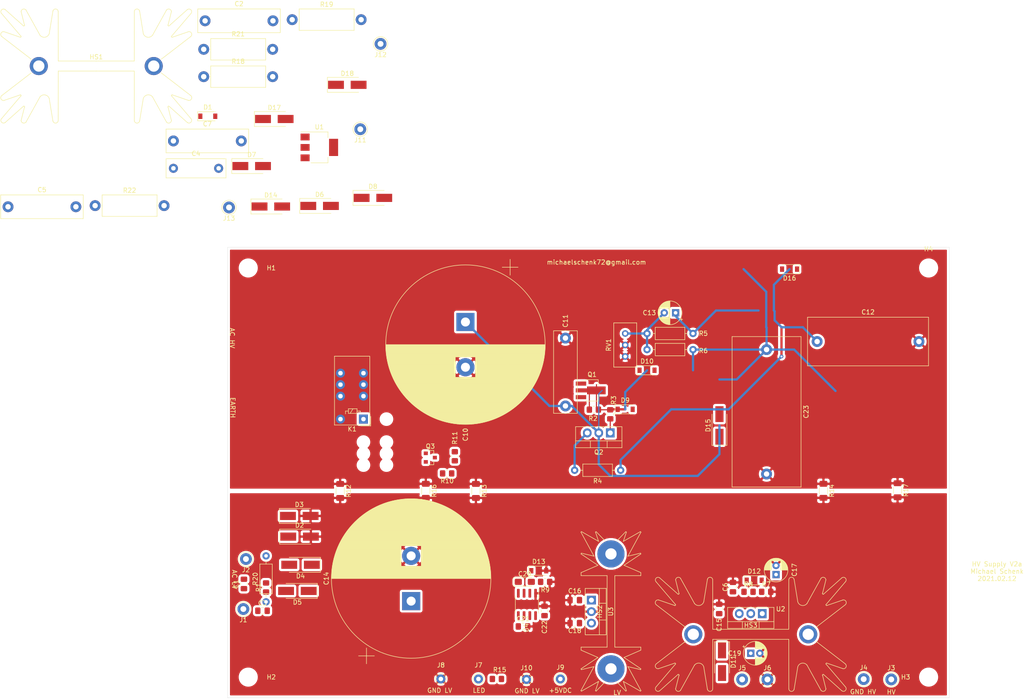
<source format=kicad_pcb>
(kicad_pcb (version 20171130) (host pcbnew "(5.1.10-0-10_14)")
  (layers (0 F.Cu signal) (31 B.Cu signal) (34 B.Paste user) (35 F.Paste user) (36 B.SilkS user) (37 F.SilkS user) (38 B.Mask user) (39 F.Mask user) (44 Edge.Cuts user))
  (net 0 "")
  (net 1 "Net-(C1-Pad2)")
  (net 2 GND_HV)
  (net 3 "Net-(C2-Pad1)")
  (net 4 "Net-(C3-Pad2)")
  (net 5 "Net-(C10-Pad1)")
  (net 6 "Net-(C12-Pad1)")
  (net 7 "Net-(C13-Pad1)")
  (net 8 "Net-(D10-Pad1)")
  (net 9 "Net-(Q1-Pad1)")
  (net 10 "Net-(Q2-Pad3)")
  (net 11 "Net-(Q2-Pad1)")
  (net 12 GND_LV)
  (net 13 "Net-(C4-Pad1)")
  (net 14 "Net-(C14-Pad1)")
  (net 15 "Net-(C17-Pad1)")
  (net 16 "Net-(C19-Pad1)")
  (net 17 "Net-(C20-Pad2)")
  (net 18 "Net-(D14-Pad2)")
  (net 19 "Net-(Q3-Pad1)")
  (net 20 "Net-(R10-Pad2)")
  (net 21 "Net-(J7-Pad1)")
  (net 22 "Net-(C21-Pad1)")
  (net 23 "Net-(C13-Pad2)")
  (net 24 "Net-(C23-Pad1)")
  (net 25 "Net-(C1-Pad1)")
  (net 26 "Net-(C4-Pad2)")
  (net 27 "Net-(C5-Pad1)")
  (net 28 +5VDC)
  (net 29 RELCTRL)
  (net 30 "Net-(D6-Pad1)")
  (module Package_TO_SOT_SMD:SOT-223 (layer F.Cu) (at 70.575001 30.755001)
    (fp_text reference U1 (at 0 -4.5) (layer F.SilkS))
    (fp_text value LT3080xST)
    (pad 1 smd rect (at -3.15 -2.3) (size 2 1.5) (layers F.Cu F.Paste F.Mask) (net 7 "Net-(C13-Pad1)"))
    (pad 3 smd rect (at -3.15 2.3) (size 2 1.5) (layers F.Cu F.Paste F.Mask) (net 6 "Net-(C12-Pad1)"))
    (pad 2 smd rect (at -3.15 0) (size 2 1.5) (layers F.Cu F.Paste F.Mask) (net 24 "Net-(C23-Pad1)"))
    (pad 4 smd rect (at 3.15 0) (size 2 3.8) (layers F.Cu F.Paste F.Mask) (net 24 "Net-(C23-Pad1)"))
  )
  (module Resistor_THT:R_Axial_DIN0414_L11.9mm_D4.5mm_P15.24mm_Horizontal (layer F.Cu) (at 21.025001 43.625001)
    (fp_text reference R22 (at 7.62 -3.37) (layer F.SilkS))
    (fp_text value 100k/2W)
    (pad 2 thru_hole oval (at 15.24 0) (size 2.4 2.4) (drill 1.2) (layers *.Cu *.Mask) (net 2 GND_HV))
    (pad 1 thru_hole circle (at 0 0) (size 2.4 2.4) (drill 1.2) (layers *.Cu *.Mask) (net 24 "Net-(C23-Pad1)"))
  )
  (module Resistor_THT:R_Axial_DIN0414_L11.9mm_D4.5mm_P15.24mm_Horizontal (layer F.Cu) (at 45.025001 9.075001)
    (fp_text reference R21 (at 7.62 -3.37) (layer F.SilkS))
    (fp_text value 100k/2W)
    (pad 2 thru_hole oval (at 15.24 0) (size 2.4 2.4) (drill 1.2) (layers *.Cu *.Mask) (net 2 GND_HV))
    (pad 1 thru_hole circle (at 0 0) (size 2.4 2.4) (drill 1.2) (layers *.Cu *.Mask) (net 24 "Net-(C23-Pad1)"))
  )
  (module Resistor_THT:R_Axial_DIN0207_L6.3mm_D2.5mm_P10.16mm_Horizontal (layer F.Cu) (at 58.801 131.191 90)
    (fp_text reference R20 (at 5.08 -2.37 90) (layer F.SilkS))
    (fp_text value Rs/0.6W)
    (pad 2 thru_hole oval (at 10.16 0 90) (size 1.6 1.6) (drill 0.8) (layers *.Cu *.Mask) (net 1 "Net-(C1-Pad2)"))
    (pad 1 thru_hole circle (at 0 0 90) (size 1.6 1.6) (drill 0.8) (layers *.Cu *.Mask) (net 4 "Net-(C3-Pad2)"))
  )
  (module Resistor_THT:R_Axial_DIN0414_L11.9mm_D4.5mm_P15.24mm_Horizontal (layer F.Cu) (at 64.575001 2.525001)
    (fp_text reference R19 (at 7.62 -3.37) (layer F.SilkS))
    (fp_text value Rs/2W)
    (pad 2 thru_hole oval (at 15.24 0) (size 2.4 2.4) (drill 1.2) (layers *.Cu *.Mask) (net 13 "Net-(C4-Pad1)"))
    (pad 1 thru_hole circle (at 0 0) (size 2.4 2.4) (drill 1.2) (layers *.Cu *.Mask) (net 27 "Net-(C5-Pad1)"))
  )
  (module Resistor_THT:R_Axial_DIN0414_L11.9mm_D4.5mm_P15.24mm_Horizontal (layer F.Cu) (at 45.025001 15.125001)
    (fp_text reference R18 (at 7.62 -3.37) (layer F.SilkS))
    (fp_text value 100R/2W)
    (pad 2 thru_hole oval (at 15.24 0) (size 2.4 2.4) (drill 1.2) (layers *.Cu *.Mask) (net 2 GND_HV))
    (pad 1 thru_hole circle (at 0 0) (size 2.4 2.4) (drill 1.2) (layers *.Cu *.Mask) (net 3 "Net-(C2-Pad1)"))
  )
  (module Resistor_SMD:R_0805_2012Metric_Pad1.20x1.40mm_HandSolder (layer F.Cu) (at 58.801 128.016 90)
    (fp_text reference R1 (at 0 -1.65 90) (layer F.SilkS))
    (fp_text value Rs/1/8W)
    (pad 2 smd roundrect (at 1 0 90) (size 1.2 1.4) (layers F.Cu F.Paste F.Mask) (roundrect_rratio 0.208333) (net 1 "Net-(C1-Pad2)"))
    (pad 1 smd roundrect (at -1 0 90) (size 1.2 1.4) (layers F.Cu F.Paste F.Mask) (roundrect_rratio 0.208333) (net 4 "Net-(C3-Pad2)"))
  )
  (module Package_TO_SOT_SMD:SOT-89-3_Handsoldering (layer F.Cu) (at 130.556 84.455)
    (fp_text reference Q1 (at 0.3 -3.5) (layer F.SilkS))
    (fp_text value LND150N3-G)
    (pad 2 smd custom (at -2.0625 0) (size 2.475 0.9) (layers F.Cu F.Paste F.Mask) (net 8 "Net-(D10-Pad1)") (options (clearance outline) (anchor rect)) (primitives (gr_poly (pts (xy 1.2375 -0.8665) (xy 5.3625 -0.8665) (xy 5.3625 0.8665) (xy 1.2375 0.8665)) (width 0))))
    (pad 3 smd rect (at -2.15 1.5) (size 2.3 0.9) (layers F.Cu F.Paste F.Mask) (net 5 "Net-(C10-Pad1)"))
    (pad 1 smd rect (at -2.15 -1.5) (size 2.3 0.9) (layers F.Cu F.Paste F.Mask) (net 9 "Net-(Q1-Pad1)"))
  )
  (module Relay_THT:Relay_DPDT_Omron_G6S-2 (layer F.Cu) (at 80.3275 90.805 180)
    (fp_text reference K1 (at 2.5 -2.2) (layer F.SilkS))
    (fp_text value "G6S-2 DC5")
    (pad 5 thru_hole circle (at 0 10.16 180) (size 2 2) (drill 1) (layers *.Cu *.Mask) (net 26 "Net-(C4-Pad2)"))
    (pad 8 thru_hole circle (at 5.08 10.16 180) (size 2 2) (drill 1) (layers *.Cu *.Mask) (net 13 "Net-(C4-Pad1)"))
    (pad 3 thru_hole circle (at 0 5.08 180) (size 2 2) (drill 1) (layers *.Cu *.Mask))
    (pad 1 thru_hole rect (at 0 0 180) (size 2 2) (drill 1) (layers *.Cu *.Mask) (net 28 +5VDC))
    (pad 10 thru_hole circle (at 5.08 5.08 180) (size 2 2) (drill 1) (layers *.Cu *.Mask))
    (pad 12 thru_hole circle (at 5.08 0 180) (size 2 2) (drill 1) (layers *.Cu *.Mask) (net 29 RELCTRL))
    (pad 4 thru_hole circle (at 0 7.62 90) (size 2 2) (drill 1) (layers *.Cu *.Mask) (net 18 "Net-(D14-Pad2)"))
    (pad 9 thru_hole circle (at 5.08 7.62 90) (size 2 2) (drill 1) (layers *.Cu *.Mask) (net 30 "Net-(D6-Pad1)"))
  )
  (module Connector_Pin:Pin_D1.3mm_L11.0mm (layer F.Cu) (at 50.615001 44.025001)
    (fp_text reference J13 (at 0 2.4) (layer F.SilkS))
    (fp_text value EARTH)
    (pad 1 thru_hole circle (at 0 0) (size 2.6 2.6) (drill 1.3) (layers *.Cu *.Mask) (net 3 "Net-(C2-Pad1)"))
  )
  (module Connector_Pin:Pin_D1.3mm_L11.0mm (layer F.Cu) (at 84.105001 7.875001)
    (fp_text reference J12 (at 0 2.4) (layer F.SilkS))
    (fp_text value AC-HV)
    (pad 1 thru_hole circle (at 0 0) (size 2.6 2.6) (drill 1.3) (layers *.Cu *.Mask) (net 13 "Net-(C4-Pad1)"))
  )
  (module Connector_Pin:Pin_D1.3mm_L11.0mm (layer F.Cu) (at 79.629 26.7335)
    (fp_text reference J11 (at 0 2.4) (layer F.SilkS))
    (fp_text value AC-HV)
    (pad 1 thru_hole circle (at 0 0) (size 2.6 2.6) (drill 1.3) (layers *.Cu *.Mask) (net 26 "Net-(C4-Pad2)"))
  )
  (module Connector_Pin:Pin_D1.3mm_L11.0mm (layer F.Cu) (at 54.356 121.7295)
    (fp_text reference J2 (at 0 2.4) (layer F.SilkS))
    (fp_text value AC-LV)
    (pad 1 thru_hole circle (at 0 0) (size 2.6 2.6) (drill 1.3) (layers *.Cu *.Mask) (net 1 "Net-(C1-Pad2)"))
  )
  (module Connector_Pin:Pin_D1.3mm_L11.0mm (layer F.Cu) (at 53.7845 132.7785)
    (fp_text reference J1 (at 0 2.4) (layer F.SilkS))
    (fp_text value AC-LV)
    (pad 1 thru_hole circle (at 0 0) (size 2.6 2.6) (drill 1.3) (layers *.Cu *.Mask) (net 25 "Net-(C1-Pad1)"))
  )
  (module Heatsink:Heatsink_Fischer_SK104-STC-STIC_35x13mm_2xDrill2.5mm (layer F.Cu) (at 135.0264 133.2992 90)
    (fp_text reference HS2 (at -0.025 -2.5 90) (layer F.SilkS))
    (fp_text value Heatsink)
    (pad 1 thru_hole circle (at -12.7 0 270) (size 6 6) (drill 2.5) (layers *.Cu *.Mask))
    (pad 1 thru_hole circle (at 12.7 0 90) (size 6 6) (drill 2.5) (layers *.Cu *.Mask))
  )
  (module Heatsink:Heatsink_Fischer_SK129-STS_42x25mm_2xDrill2.5mm (layer F.Cu) (at 21.275001 12.775001)
    (fp_text reference HS1 (at 0 -2) (layer F.SilkS))
    (fp_text value Heatsink)
    (pad 1 thru_hole circle (at -12.7 0 180) (size 4 4) (drill 2.5) (layers *.Cu *.Mask))
    (pad 1 thru_hole circle (at 12.7 0) (size 4 4) (drill 2.5) (layers *.Cu *.Mask))
  )
  (module Diode_SMD:D_SMA_Handsoldering (layer F.Cu) (at 76.755001 16.925001)
    (fp_text reference D18 (at 0 -2.5) (layer F.SilkS))
    (fp_text value 1N4007)
    (pad 2 smd rect (at 2.5 0) (size 3.5 1.8) (layers F.Cu F.Paste F.Mask) (net 2 GND_HV))
    (pad 1 smd rect (at -2.5 0) (size 3.5 1.8) (layers F.Cu F.Paste F.Mask) (net 24 "Net-(C23-Pad1)"))
  )
  (module Diode_SMD:D_SMA_Handsoldering (layer F.Cu) (at 60.625001 24.475001)
    (fp_text reference D17 (at 0 -2.5) (layer F.SilkS))
    (fp_text value 1N4007)
    (pad 2 smd rect (at 2.5 0) (size 3.5 1.8) (layers F.Cu F.Paste F.Mask) (net 23 "Net-(C13-Pad2)"))
    (pad 1 smd rect (at -2.5 0) (size 3.5 1.8) (layers F.Cu F.Paste F.Mask) (net 24 "Net-(C23-Pad1)"))
  )
  (module Diode_SMD:D_SOD-123 (layer F.Cu) (at 174.498 57.658 180)
    (fp_text reference D16 (at 0 -2) (layer F.SilkS))
    (fp_text value MMSZ20T1G/20V)
    (pad 2 smd rect (at 1.65 0 180) (size 0.9 1.2) (layers F.Cu F.Paste F.Mask) (net 24 "Net-(C23-Pad1)"))
    (pad 1 smd rect (at -1.65 0 180) (size 0.9 1.2) (layers F.Cu F.Paste F.Mask) (net 6 "Net-(C12-Pad1)"))
  )
  (module Diode_SMD:D_SMA_Handsoldering (layer F.Cu) (at 159.004 92.202 90)
    (fp_text reference D15 (at 0 -2.5 90) (layer F.SilkS))
    (fp_text value 1N4007)
    (pad 2 smd rect (at 2.5 0 90) (size 3.5 1.8) (layers F.Cu F.Paste F.Mask) (net 24 "Net-(C23-Pad1)"))
    (pad 1 smd rect (at -2.5 0 90) (size 3.5 1.8) (layers F.Cu F.Paste F.Mask) (net 5 "Net-(C10-Pad1)"))
  )
  (module Diode_SMD:D_SMA_Handsoldering (layer F.Cu) (at 59.857 43.815)
    (fp_text reference D14 (at 0 -2.5) (layer F.SilkS))
    (fp_text value BYG20J)
    (pad 2 smd rect (at 2.5 0) (size 3.5 1.8) (layers F.Cu F.Paste F.Mask) (net 18 "Net-(D14-Pad2)"))
    (pad 1 smd rect (at -2.5 0) (size 3.5 1.8) (layers F.Cu F.Paste F.Mask) (net 5 "Net-(C10-Pad1)"))
  )
  (module Diode_SMD:D_SOD-123 (layer F.Cu) (at 166.6885 126.4285)
    (fp_text reference D12 (at 0 -2) (layer F.SilkS))
    (fp_text value 1N4148W)
    (pad 2 smd rect (at 1.65 0) (size 0.9 1.2) (layers F.Cu F.Paste F.Mask) (net 15 "Net-(C17-Pad1)"))
    (pad 1 smd rect (at -1.65 0) (size 0.9 1.2) (layers F.Cu F.Paste F.Mask) (net 16 "Net-(C19-Pad1)"))
  )
  (module Diode_SMD:D_SMA_Handsoldering (layer F.Cu) (at 159.5755 144.4225 270)
    (fp_text reference D11 (at 0 -2.5 90) (layer F.SilkS))
    (fp_text value 1N4007)
    (pad 2 smd rect (at 2.5 0 270) (size 3.5 1.8) (layers F.Cu F.Paste F.Mask) (net 16 "Net-(C19-Pad1)"))
    (pad 1 smd rect (at -2.5 0 270) (size 3.5 1.8) (layers F.Cu F.Paste F.Mask) (net 14 "Net-(C14-Pad1)"))
  )
  (module Diode_SMD:D_SOD-123 (layer F.Cu) (at 143.002 80.01)
    (fp_text reference D10 (at 0 -2) (layer F.SilkS))
    (fp_text value MMSZ5234BT1G/6.2V)
    (pad 2 smd rect (at 1.65 0) (size 0.9 1.2) (layers F.Cu F.Paste F.Mask) (net 24 "Net-(C23-Pad1)"))
    (pad 1 smd rect (at -1.65 0) (size 0.9 1.2) (layers F.Cu F.Paste F.Mask) (net 8 "Net-(D10-Pad1)"))
  )
  (module Diode_SMD:D_SOD-123 (layer F.Cu) (at 138.176 88.646)
    (fp_text reference D9 (at 0 -2) (layer F.SilkS))
    (fp_text value MMSZ5234BT1G/6.2V)
    (pad 2 smd rect (at 1.65 0) (size 0.9 1.2) (layers F.Cu F.Paste F.Mask) (net 6 "Net-(C12-Pad1)"))
    (pad 1 smd rect (at -1.65 0) (size 0.9 1.2) (layers F.Cu F.Paste F.Mask) (net 8 "Net-(D10-Pad1)"))
  )
  (module Diode_SMD:D_SMA_Handsoldering (layer F.Cu) (at 82.423 41.91)
    (fp_text reference D8 (at 0 -2.5) (layer F.SilkS))
    (fp_text value BYG20J)
    (pad 2 smd rect (at 2.5 0) (size 3.5 1.8) (layers F.Cu F.Paste F.Mask) (net 30 "Net-(D6-Pad1)"))
    (pad 1 smd rect (at -2.5 0) (size 3.5 1.8) (layers F.Cu F.Paste F.Mask) (net 5 "Net-(C10-Pad1)"))
  )
  (module Diode_SMD:D_SMA_Handsoldering (layer F.Cu) (at 55.625001 34.875001)
    (fp_text reference D7 (at 0 -2.5) (layer F.SilkS))
    (fp_text value BYG20J)
    (pad 2 smd rect (at 2.5 0) (size 3.5 1.8) (layers F.Cu F.Paste F.Mask) (net 2 GND_HV))
    (pad 1 smd rect (at -2.5 0) (size 3.5 1.8) (layers F.Cu F.Paste F.Mask) (net 18 "Net-(D14-Pad2)"))
  )
  (module Diode_SMD:D_SMA_Handsoldering (layer F.Cu) (at 70.6355 43.688)
    (fp_text reference D6 (at 0 -2.5) (layer F.SilkS))
    (fp_text value BYG20J)
    (pad 2 smd rect (at 2.5 0) (size 3.5 1.8) (layers F.Cu F.Paste F.Mask) (net 2 GND_HV))
    (pad 1 smd rect (at -2.5 0) (size 3.5 1.8) (layers F.Cu F.Paste F.Mask) (net 30 "Net-(D6-Pad1)"))
  )
  (module Diode_SMD:D_SMA_Handsoldering (layer F.Cu) (at 65.7225 128.778 180)
    (fp_text reference D5 (at 0 -2.5) (layer F.SilkS))
    (fp_text value BYG22B-E3)
    (pad 2 smd rect (at 2.5 0 180) (size 3.5 1.8) (layers F.Cu F.Paste F.Mask) (net 1 "Net-(C1-Pad2)"))
    (pad 1 smd rect (at -2.5 0 180) (size 3.5 1.8) (layers F.Cu F.Paste F.Mask) (net 14 "Net-(C14-Pad1)"))
  )
  (module Diode_SMD:D_SMA_Handsoldering (layer F.Cu) (at 66.421 122.9995 180)
    (fp_text reference D4 (at 0 -2.5) (layer F.SilkS))
    (fp_text value BYG22B-E3)
    (pad 2 smd rect (at 2.5 0 180) (size 3.5 1.8) (layers F.Cu F.Paste F.Mask) (net 25 "Net-(C1-Pad1)"))
    (pad 1 smd rect (at -2.5 0 180) (size 3.5 1.8) (layers F.Cu F.Paste F.Mask) (net 14 "Net-(C14-Pad1)"))
  )
  (module Diode_SMD:D_SMA_Handsoldering (layer F.Cu) (at 66.1435 112.2045)
    (fp_text reference D3 (at 0 -2.5) (layer F.SilkS))
    (fp_text value BYG22B-E3)
    (pad 2 smd rect (at 2.5 0) (size 3.5 1.8) (layers F.Cu F.Paste F.Mask) (net 12 GND_LV))
    (pad 1 smd rect (at -2.5 0) (size 3.5 1.8) (layers F.Cu F.Paste F.Mask) (net 1 "Net-(C1-Pad2)"))
  )
  (module Diode_SMD:D_SMA_Handsoldering (layer F.Cu) (at 66.207 116.7765)
    (fp_text reference D2 (at 0 -2.5) (layer F.SilkS))
    (fp_text value BYG22B-E3)
    (pad 2 smd rect (at 2.5 0) (size 3.5 1.8) (layers F.Cu F.Paste F.Mask) (net 12 GND_LV))
    (pad 1 smd rect (at -2.5 0) (size 3.5 1.8) (layers F.Cu F.Paste F.Mask) (net 25 "Net-(C1-Pad1)"))
  )
  (module Diode_SMD:D_SOD-123 (layer F.Cu) (at 45.925001 23.875001)
    (fp_text reference D1 (at 0 -2) (layer F.SilkS))
    (fp_text value 1N4148W)
    (pad 2 smd rect (at 1.65 0) (size 0.9 1.2) (layers F.Cu F.Paste F.Mask) (net 29 RELCTRL))
    (pad 1 smd rect (at -1.65 0) (size 0.9 1.2) (layers F.Cu F.Paste F.Mask) (net 28 +5VDC))
  )
  (module Capacitor_Tantalum_SMD:CP_EIA-3216-12_Kemet-S_Pad1.58x1.35mm_HandSolder (layer F.Cu) (at 115.9867 126.7714)
    (fp_text reference C20 (at 0 -1.75) (layer F.SilkS))
    (fp_text value 15uF/25V)
    (pad 2 smd roundrect (at 1.4375 0) (size 1.575 1.35) (layers F.Cu F.Paste F.Mask) (roundrect_rratio 0.185185) (net 17 "Net-(C20-Pad2)"))
    (pad 1 smd roundrect (at -1.4375 0) (size 1.575 1.35) (layers F.Cu F.Paste F.Mask) (roundrect_rratio 0.185185) (net 28 +5VDC))
  )
  (module Capacitor_THT:CP_Radial_D35.0mm_P10.00mm_SnapIn (layer F.Cu) (at 90.8685 131.031 90)
    (fp_text reference C14 (at 5 -18.75 90) (layer F.SilkS))
    (fp_text value 22000uF/25VDC)
    (pad 2 thru_hole circle (at 10 0 90) (size 4 4) (drill 2) (layers *.Cu *.Mask) (net 12 GND_LV))
    (pad 1 thru_hole rect (at 0 0 90) (size 4 4) (drill 2) (layers *.Cu *.Mask) (net 14 "Net-(C14-Pad1)"))
  )
  (module Capacitor_THT:C_Rect_L18.0mm_W5.0mm_P15.00mm_FKS3_FKP3 (layer F.Cu) (at 38.325001 29.325001)
    (fp_text reference C7 (at 7.5 -3.75) (layer F.SilkS))
    (fp_text value 100nF/630V)
    (pad 2 thru_hole circle (at 15 0) (size 2.4 2.4) (drill 1.2) (layers *.Cu *.Mask) (net 2 GND_HV))
    (pad 1 thru_hole circle (at 0 0) (size 2.4 2.4) (drill 1.2) (layers *.Cu *.Mask) (net 23 "Net-(C13-Pad2)"))
  )
  (module Capacitor_SMD:C_0805_2012Metric_Pad1.18x1.45mm_HandSolder (layer F.Cu) (at 161.9885 127.931 90)
    (fp_text reference C6 (at 0 -1.68 90) (layer F.SilkS))
    (fp_text value 100nF/50V)
    (pad 2 smd roundrect (at 1.0375 0 90) (size 1.175 1.45) (layers F.Cu F.Paste F.Mask) (roundrect_rratio 0.212766) (net 12 GND_LV))
    (pad 1 smd roundrect (at -1.0375 0 90) (size 1.175 1.45) (layers F.Cu F.Paste F.Mask) (roundrect_rratio 0.212766) (net 16 "Net-(C19-Pad1)"))
  )
  (module Capacitor_THT:C_Rect_L18.0mm_W5.0mm_P15.00mm_FKS3_FKP3 (layer F.Cu) (at 1.775001 43.875001)
    (fp_text reference C5 (at 7.5 -3.75) (layer F.SilkS))
    (fp_text value Cs/630V)
    (pad 2 thru_hole circle (at 15 0) (size 2.4 2.4) (drill 1.2) (layers *.Cu *.Mask) (net 26 "Net-(C4-Pad2)"))
    (pad 1 thru_hole circle (at 0 0) (size 2.4 2.4) (drill 1.2) (layers *.Cu *.Mask) (net 27 "Net-(C5-Pad1)"))
  )
  (module Capacitor_THT:C_Rect_L13.0mm_W4.0mm_P10.00mm_FKS3_FKP3_MKS4 (layer F.Cu) (at 38.325001 35.375001)
    (fp_text reference C4 (at 5 -3.25) (layer F.SilkS))
    (fp_text value Cx/10nF/630V)
    (pad 2 thru_hole circle (at 10 0) (size 2 2) (drill 1) (layers *.Cu *.Mask) (net 26 "Net-(C4-Pad2)"))
    (pad 1 thru_hole circle (at 0 0) (size 2 2) (drill 1) (layers *.Cu *.Mask) (net 13 "Net-(C4-Pad1)"))
  )
  (module Capacitor_SMD:C_0805_2012Metric_Pad1.18x1.45mm_HandSolder (layer F.Cu) (at 58.0175 133.1595)
    (fp_text reference C3 (at 0 -1.68) (layer F.SilkS))
    (fp_text value Cs/50V)
    (pad 2 smd roundrect (at 1.0375 0) (size 1.175 1.45) (layers F.Cu F.Paste F.Mask) (roundrect_rratio 0.212766) (net 4 "Net-(C3-Pad2)"))
    (pad 1 smd roundrect (at -1.0375 0) (size 1.175 1.45) (layers F.Cu F.Paste F.Mask) (roundrect_rratio 0.212766) (net 25 "Net-(C1-Pad1)"))
  )
  (module Capacitor_THT:C_Rect_L18.0mm_W5.0mm_P15.00mm_FKS3_FKP3 (layer F.Cu) (at 45.325001 2.775001)
    (fp_text reference C2 (at 7.5 -3.75) (layer F.SilkS))
    (fp_text value "2.2nF 2kV")
    (pad 2 thru_hole circle (at 15 0) (size 2.4 2.4) (drill 1.2) (layers *.Cu *.Mask) (net 2 GND_HV))
    (pad 1 thru_hole circle (at 0 0) (size 2.4 2.4) (drill 1.2) (layers *.Cu *.Mask) (net 3 "Net-(C2-Pad1)"))
  )
  (module Capacitor_SMD:C_0805_2012Metric_Pad1.18x1.45mm_HandSolder (layer F.Cu) (at 53.9115 127.2325 90)
    (fp_text reference C1 (at 0 -1.68 90) (layer F.SilkS))
    (fp_text value Cx/10nF/50V)
    (pad 2 smd roundrect (at 1.0375 0 90) (size 1.175 1.45) (layers F.Cu F.Paste F.Mask) (roundrect_rratio 0.212766) (net 1 "Net-(C1-Pad2)"))
    (pad 1 smd roundrect (at -1.0375 0 90) (size 1.175 1.45) (layers F.Cu F.Paste F.Mask) (roundrect_rratio 0.212766) (net 25 "Net-(C1-Pad1)"))
  )
  (module Capacitor_THT:CP_Radial_D35.0mm_P10.00mm_SnapIn (layer F.Cu) (at 102.87 69.342 270)
    (fp_text reference C10 (at 24.892 0 90) (layer F.SilkS))
    (fp_text value 680uF/450VDC)
    (pad 2 thru_hole circle (at 10 0 270) (size 4 4) (drill 2) (layers *.Cu *.Mask) (net 2 GND_HV))
    (pad 1 thru_hole rect (at 0 0 270) (size 4 4) (drill 2) (layers *.Cu *.Mask) (net 5 "Net-(C10-Pad1)"))
  )
  (module Capacitor_THT:CP_Radial_D5.0mm_P2.00mm (layer F.Cu) (at 165.9255 142.5575)
    (fp_text reference C19 (at -3.556 0) (layer F.SilkS))
    (fp_text value 1uF/25V)
    (pad 2 thru_hole circle (at 2 0) (size 1.6 1.6) (drill 0.8) (layers *.Cu *.Mask) (net 12 GND_LV))
    (pad 1 thru_hole rect (at 0 0) (size 1.6 1.6) (drill 0.8) (layers *.Cu *.Mask) (net 16 "Net-(C19-Pad1)"))
  )
  (module Package_TO_SOT_THT:TO-220-3_Vertical (layer F.Cu) (at 130.7084 130.81 270)
    (fp_text reference U3 (at 2.54 -4.27 90) (layer F.SilkS))
    (fp_text value LM7805_TO220)
    (pad 3 thru_hole oval (at 5.08 0 270) (size 1.905 2) (drill 1.1) (layers *.Cu *.Mask) (net 28 +5VDC))
    (pad 2 thru_hole oval (at 2.54 0 270) (size 1.905 2) (drill 1.1) (layers *.Cu *.Mask) (net 12 GND_LV))
    (pad 1 thru_hole rect (at 0 0 270) (size 1.905 2) (drill 1.1) (layers *.Cu *.Mask) (net 14 "Net-(C14-Pad1)"))
  )
  (module Resistor_THT:R_Axial_DIN0207_L6.3mm_D2.5mm_P10.16mm_Horizontal (layer F.Cu) (at 143.002 75.438)
    (fp_text reference R6 (at 12.446 0.254) (layer F.SilkS))
    (fp_text value 1k/2W)
    (pad 2 thru_hole oval (at 10.16 0) (size 1.6 1.6) (drill 0.8) (layers *.Cu *.Mask) (net 24 "Net-(C23-Pad1)"))
    (pad 1 thru_hole circle (at 0 0) (size 1.6 1.6) (drill 0.8) (layers *.Cu *.Mask) (net 23 "Net-(C13-Pad2)"))
  )
  (module Resistor_THT:R_Axial_DIN0207_L6.3mm_D2.5mm_P10.16mm_Horizontal (layer F.Cu) (at 143.002 71.882)
    (fp_text reference R5 (at 12.446 0) (layer F.SilkS))
    (fp_text value 100k/0.6W)
    (pad 2 thru_hole oval (at 10.16 0) (size 1.6 1.6) (drill 0.8) (layers *.Cu *.Mask) (net 7 "Net-(C13-Pad1)"))
    (pad 1 thru_hole circle (at 0 0) (size 1.6 1.6) (drill 0.8) (layers *.Cu *.Mask) (net 23 "Net-(C13-Pad2)"))
  )
  (module Resistor_THT:R_Axial_DIN0207_L6.3mm_D2.5mm_P10.16mm_Horizontal (layer F.Cu) (at 137.16 102.108 180)
    (fp_text reference R4 (at 5.08 -2.37) (layer F.SilkS))
    (fp_text value 20R/0.6W)
    (pad 2 thru_hole oval (at 10.16 0 180) (size 1.6 1.6) (drill 0.8) (layers *.Cu *.Mask) (net 10 "Net-(Q2-Pad3)"))
    (pad 1 thru_hole circle (at 0 0 180) (size 1.6 1.6) (drill 0.8) (layers *.Cu *.Mask) (net 6 "Net-(C12-Pad1)"))
  )
  (module Heatsink:Heatsink_Fischer_SK129-STS_42x25mm_2xDrill2.5mm (layer F.Cu) (at 165.9255 138.3665)
    (fp_text reference HS3 (at 0 -2) (layer F.SilkS))
    (fp_text value Heatsink)
    (pad 1 thru_hole circle (at -12.7 0 180) (size 4 4) (drill 2.5) (layers *.Cu *.Mask))
    (pad 1 thru_hole circle (at 12.7 0) (size 4 4) (drill 2.5) (layers *.Cu *.Mask))
  )
  (module Capacitor_THT:C_Rect_L33.0mm_W15.0mm_P27.50mm_MKS4 (layer F.Cu) (at 169.418 75.438 270)
    (fp_text reference C23 (at 13.75 -8.75 90) (layer F.SilkS))
    (fp_text value 2.2uF/630V)
    (pad 2 thru_hole circle (at 27.5 0 270) (size 2.4 2.4) (drill 1.2) (layers *.Cu *.Mask) (net 2 GND_HV))
    (pad 1 thru_hole circle (at 0 0 270) (size 2.4 2.4) (drill 1.2) (layers *.Cu *.Mask) (net 24 "Net-(C23-Pad1)"))
  )
  (module Capacitor_THT:CP_Radial_D5.0mm_P2.50mm (layer F.Cu) (at 149.312 67.31 180)
    (fp_text reference C13 (at 5.802 0) (layer F.SilkS))
    (fp_text value 2.2uF)
    (pad 2 thru_hole circle (at 2.5 0 180) (size 1.6 1.6) (drill 0.8) (layers *.Cu *.Mask) (net 23 "Net-(C13-Pad2)"))
    (pad 1 thru_hole rect (at 0 0 180) (size 1.6 1.6) (drill 0.8) (layers *.Cu *.Mask) (net 7 "Net-(C13-Pad1)"))
  )
  (module Capacitor_THT:C_Rect_L26.5mm_W10.5mm_P22.50mm_MKS4 (layer F.Cu) (at 180.594 73.66)
    (fp_text reference C12 (at 11.25 -6.5) (layer F.SilkS))
    (fp_text value 1uF/630V)
    (pad 2 thru_hole circle (at 22.5 0) (size 2.4 2.4) (drill 1.2) (layers *.Cu *.Mask) (net 2 GND_HV))
    (pad 1 thru_hole circle (at 0 0) (size 2.4 2.4) (drill 1.2) (layers *.Cu *.Mask) (net 6 "Net-(C12-Pad1)"))
  )
  (module Resistor_SMD:R_1206_3216Metric_Pad1.30x1.75mm_HandSolder (layer F.Cu) (at 198.374 106.527 270)
    (fp_text reference R17 (at 0 -1.82 90) (layer F.SilkS))
    (fp_text value 0R)
    (pad 2 smd roundrect (at 1.55 0 270) (size 1.3 1.75) (layers F.Cu F.Paste F.Mask) (roundrect_rratio 0.1923076923076923) (net 12 GND_LV))
    (pad 1 smd roundrect (at -1.55 0 270) (size 1.3 1.75) (layers F.Cu F.Paste F.Mask) (roundrect_rratio 0.1923076923076923) (net 2 GND_HV))
  )
  (module Resistor_SMD:R_1206_3216Metric_Pad1.30x1.75mm_HandSolder (layer F.Cu) (at 94.107 106.654 270)
    (fp_text reference R16 (at 0 -1.82 90) (layer F.SilkS))
    (fp_text value 0R)
    (pad 2 smd roundrect (at 1.55 0 270) (size 1.3 1.75) (layers F.Cu F.Paste F.Mask) (roundrect_rratio 0.1923076923076923) (net 12 GND_LV))
    (pad 1 smd roundrect (at -1.55 0 270) (size 1.3 1.75) (layers F.Cu F.Paste F.Mask) (roundrect_rratio 0.1923076923076923) (net 2 GND_HV))
  )
  (module Resistor_SMD:R_0805_2012Metric_Pad1.20x1.40mm_HandSolder (layer F.Cu) (at 134.874 89.7415 270)
    (fp_text reference R3 (at -3.1275 -0.762 90) (layer F.SilkS))
    (fp_text value 100R)
    (pad 2 smd roundrect (at 1 0 270) (size 1.2 1.4) (layers F.Cu F.Paste F.Mask) (roundrect_rratio 0.2083325) (net 11 "Net-(Q2-Pad1)"))
    (pad 1 smd roundrect (at -1 0 270) (size 1.2 1.4) (layers F.Cu F.Paste F.Mask) (roundrect_rratio 0.2083325) (net 8 "Net-(D10-Pad1)"))
  )
  (module Resistor_SMD:R_0805_2012Metric_Pad1.20x1.40mm_HandSolder (layer F.Cu) (at 131.2545 88.7095 180)
    (fp_text reference R2 (at 0.1905 -1.9685) (layer F.SilkS))
    (fp_text value 4.7k)
    (pad 2 smd roundrect (at 1 0 180) (size 1.2 1.4) (layers F.Cu F.Paste F.Mask) (roundrect_rratio 0.2083325) (net 9 "Net-(Q1-Pad1)"))
    (pad 1 smd roundrect (at -1 0 180) (size 1.2 1.4) (layers F.Cu F.Paste F.Mask) (roundrect_rratio 0.2083325) (net 8 "Net-(D10-Pad1)"))
  )
  (module Capacitor_SMD:C_0805_2012Metric_Pad1.18x1.45mm_HandSolder (layer F.Cu) (at 120.3452 133.2015 90)
    (fp_text reference C22 (at -3.5775 0 90) (layer F.SilkS))
    (fp_text value 100nF/50V)
    (pad 2 smd roundrect (at 1.0375 0 90) (size 1.175 1.45) (layers F.Cu F.Paste F.Mask) (roundrect_rratio 0.2127659574468085) (net 12 GND_LV))
    (pad 1 smd roundrect (at -1.0375 0 90) (size 1.175 1.45) (layers F.Cu F.Paste F.Mask) (roundrect_rratio 0.2127659574468085) (net 28 +5VDC))
  )
  (module Capacitor_SMD:C_0805_2012Metric_Pad1.18x1.45mm_HandSolder (layer F.Cu) (at 115.5915 136.6266)
    (fp_text reference C21 (at 0 -1.68) (layer F.SilkS))
    (fp_text value 100nF/50V)
    (pad 2 smd roundrect (at 1.0375 0) (size 1.175 1.45) (layers F.Cu F.Paste F.Mask) (roundrect_rratio 0.2127659574468085) (net 12 GND_LV))
    (pad 1 smd roundrect (at -1.0375 0) (size 1.175 1.45) (layers F.Cu F.Paste F.Mask) (roundrect_rratio 0.2127659574468085) (net 22 "Net-(C21-Pad1)"))
  )
  (module Capacitor_SMD:C_0805_2012Metric_Pad1.18x1.45mm_HandSolder (layer F.Cu) (at 127.0293 135.89 180)
    (fp_text reference C18 (at 0 -1.68) (layer F.SilkS))
    (fp_text value 100nF/50V)
    (pad 2 smd roundrect (at 1.0375 0 180) (size 1.175 1.45) (layers F.Cu F.Paste F.Mask) (roundrect_rratio 0.2127659574468085) (net 12 GND_LV))
    (pad 1 smd roundrect (at -1.0375 0 180) (size 1.175 1.45) (layers F.Cu F.Paste F.Mask) (roundrect_rratio 0.2127659574468085) (net 28 +5VDC))
  )
  (module Capacitor_SMD:C_0805_2012Metric_Pad1.18x1.45mm_HandSolder (layer F.Cu) (at 127.0293 130.81 180)
    (fp_text reference C16 (at 0 2.032) (layer F.SilkS))
    (fp_text value 330nF/50V)
    (pad 2 smd roundrect (at 1.0375 0 180) (size 1.175 1.45) (layers F.Cu F.Paste F.Mask) (roundrect_rratio 0.2127659574468085) (net 12 GND_LV))
    (pad 1 smd roundrect (at -1.0375 0 180) (size 1.175 1.45) (layers F.Cu F.Paste F.Mask) (roundrect_rratio 0.2127659574468085) (net 14 "Net-(C14-Pad1)"))
  )
  (module Capacitor_SMD:C_0805_2012Metric_Pad1.18x1.45mm_HandSolder (layer F.Cu) (at 158.9405 132.757 90)
    (fp_text reference C15 (at -3.5345 0 90) (layer F.SilkS))
    (fp_text value 100nF/50V)
    (pad 2 smd roundrect (at 1.0375 0 90) (size 1.175 1.45) (layers F.Cu F.Paste F.Mask) (roundrect_rratio 0.2127659574468085) (net 12 GND_LV))
    (pad 1 smd roundrect (at -1.0375 0 90) (size 1.175 1.45) (layers F.Cu F.Paste F.Mask) (roundrect_rratio 0.2127659574468085) (net 14 "Net-(C14-Pad1)"))
  )
  (module Resistor_SMD:R_0805_2012Metric_Pad1.20x1.40mm_HandSolder (layer F.Cu) (at 109.8202 148.2344)
    (fp_text reference R15 (at 0.619 -2.032) (layer F.SilkS))
    (fp_text value 330R)
    (pad 2 smd roundrect (at 1 0) (size 1.2 1.4) (layers F.Cu F.Paste F.Mask) (roundrect_rratio 0.2083325) (net 28 +5VDC))
    (pad 1 smd roundrect (at -1 0) (size 1.2 1.4) (layers F.Cu F.Paste F.Mask) (roundrect_rratio 0.2083325) (net 21 "Net-(J7-Pad1)"))
  )
  (module Connector_Pin:Pin_D1.0mm_L10.0mm (layer F.Cu) (at 116.3574 148.336)
    (fp_text reference J10 (at 0 -2.54) (layer F.SilkS))
    (fp_text value GND_LV)
    (pad 1 thru_hole circle (at 0 0) (size 2 2) (drill 1) (layers *.Cu *.Mask) (net 12 GND_LV))
  )
  (module Connector_Pin:Pin_D1.0mm_L10.0mm (layer F.Cu) (at 123.8504 148.2344)
    (fp_text reference J9 (at 0 -2.54) (layer F.SilkS))
    (fp_text value +5V)
    (pad 1 thru_hole circle (at 0 0) (size 2 2) (drill 1) (layers *.Cu *.Mask) (net 28 +5VDC))
  )
  (module Connector_Pin:Pin_D1.0mm_L10.0mm (layer F.Cu) (at 97.4344 148.2344)
    (fp_text reference J8 (at 0 -3.048) (layer F.SilkS))
    (fp_text value GND_LV)
    (pad 1 thru_hole circle (at 0 0) (size 2 2) (drill 1) (layers *.Cu *.Mask) (net 12 GND_LV))
  )
  (module Connector_Pin:Pin_D1.0mm_L10.0mm (layer F.Cu) (at 105.7402 148.2344)
    (fp_text reference J7 (at 0 -3.048) (layer F.SilkS))
    (fp_text value LED)
    (pad 1 thru_hole circle (at 0 0) (size 2 2) (drill 1) (layers *.Cu *.Mask) (net 21 "Net-(J7-Pad1)"))
  )
  (module Package_SO:SOIC-8_3.9x4.9mm_P1.27mm (layer F.Cu) (at 116.459 131.764 270)
    (fp_text reference U4 (at 5.145 0.127 90) (layer F.SilkS))
    (fp_text value TLC555xD)
    (pad 8 smd roundrect (at 2.475 -1.905 270) (size 1.95 0.6) (layers F.Cu F.Paste F.Mask) (net 28 +5VDC))
    (pad 7 smd roundrect (at 2.475 -0.635 270) (size 1.95 0.6) (layers F.Cu F.Paste F.Mask))
    (pad 6 smd roundrect (at 2.475 0.635 270) (size 1.95 0.6) (layers F.Cu F.Paste F.Mask) (net 28 +5VDC))
    (pad 5 smd roundrect (at 2.475 1.905 270) (size 1.95 0.6) (layers F.Cu F.Paste F.Mask) (net 22 "Net-(C21-Pad1)"))
    (pad 4 smd roundrect (at -2.475 1.905 270) (size 1.95 0.6) (layers F.Cu F.Paste F.Mask) (net 28 +5VDC))
    (pad 3 smd roundrect (at -2.475 0.635 270) (size 1.95 0.6) (layers F.Cu F.Paste F.Mask) (net 20 "Net-(R10-Pad2)"))
    (pad 2 smd roundrect (at -2.475 -0.635 270) (size 1.95 0.6) (layers F.Cu F.Paste F.Mask) (net 17 "Net-(C20-Pad2)"))
    (pad 1 smd roundrect (at -2.475 -1.905 270) (size 1.95 0.6) (layers F.Cu F.Paste F.Mask) (net 12 GND_LV))
  )
  (module Package_TO_SOT_THT:TO-220-3_Vertical (layer F.Cu) (at 168.4655 133.7945 180)
    (fp_text reference U2 (at -4.064 1.016) (layer F.SilkS))
    (fp_text value LM317_TO-220)
    (pad 3 thru_hole oval (at 5.08 0 180) (size 1.905 2) (drill 1.1) (layers *.Cu *.Mask) (net 14 "Net-(C14-Pad1)"))
    (pad 2 thru_hole oval (at 2.54 0 180) (size 1.905 2) (drill 1.1) (layers *.Cu *.Mask) (net 16 "Net-(C19-Pad1)"))
    (pad 1 thru_hole rect (at 0 0 180) (size 1.905 2) (drill 1.1) (layers *.Cu *.Mask) (net 15 "Net-(C17-Pad1)"))
  )
  (module Resistor_SMD:R_1206_3216Metric_Pad1.30x1.75mm_HandSolder (layer F.Cu) (at 181.991 106.654 270)
    (fp_text reference R14 (at 0 -1.82 90) (layer F.SilkS))
    (fp_text value 0R)
    (pad 2 smd roundrect (at 1.55 0 270) (size 1.3 1.75) (layers F.Cu F.Paste F.Mask) (roundrect_rratio 0.1923076923076923) (net 12 GND_LV))
    (pad 1 smd roundrect (at -1.55 0 270) (size 1.3 1.75) (layers F.Cu F.Paste F.Mask) (roundrect_rratio 0.1923076923076923) (net 2 GND_HV))
  )
  (module Resistor_SMD:R_1206_3216Metric_Pad1.30x1.75mm_HandSolder (layer F.Cu) (at 105.1814 106.6794 270)
    (fp_text reference R13 (at 0 -1.82 90) (layer F.SilkS))
    (fp_text value 0R)
    (pad 2 smd roundrect (at 1.55 0 270) (size 1.3 1.75) (layers F.Cu F.Paste F.Mask) (roundrect_rratio 0.1923076923076923) (net 12 GND_LV))
    (pad 1 smd roundrect (at -1.55 0 270) (size 1.3 1.75) (layers F.Cu F.Paste F.Mask) (roundrect_rratio 0.1923076923076923) (net 2 GND_HV))
  )
  (module Resistor_SMD:R_1206_3216Metric_Pad1.30x1.75mm_HandSolder (layer F.Cu) (at 75.184 106.68 270)
    (fp_text reference R12 (at 0 -1.82 90) (layer F.SilkS))
    (fp_text value 0R)
    (pad 2 smd roundrect (at 1.55 0 270) (size 1.3 1.75) (layers F.Cu F.Paste F.Mask) (roundrect_rratio 0.1923076923076923) (net 12 GND_LV))
    (pad 1 smd roundrect (at -1.55 0 270) (size 1.3 1.75) (layers F.Cu F.Paste F.Mask) (roundrect_rratio 0.1923076923076923) (net 2 GND_HV))
  )
  (module Resistor_SMD:R_0805_2012Metric_Pad1.20x1.40mm_HandSolder (layer F.Cu) (at 100.5205 99.0125 270)
    (fp_text reference R11 (at -4.048 0 90) (layer F.SilkS))
    (fp_text value 2.49k)
    (pad 2 smd roundrect (at 1 0 270) (size 1.2 1.4) (layers F.Cu F.Paste F.Mask) (roundrect_rratio 0.2083325) (net 12 GND_LV))
    (pad 1 smd roundrect (at -1 0 270) (size 1.2 1.4) (layers F.Cu F.Paste F.Mask) (roundrect_rratio 0.2083325) (net 19 "Net-(Q3-Pad1)"))
  )
  (module Resistor_SMD:R_0805_2012Metric_Pad1.20x1.40mm_HandSolder (layer F.Cu) (at 98.822 102.8065 180)
    (fp_text reference R10 (at 0 -1.65) (layer F.SilkS))
    (fp_text value 2.49k)
    (pad 2 smd roundrect (at 1 0 180) (size 1.2 1.4) (layers F.Cu F.Paste F.Mask) (roundrect_rratio 0.2083325) (net 20 "Net-(R10-Pad2)"))
    (pad 1 smd roundrect (at -1 0 180) (size 1.2 1.4) (layers F.Cu F.Paste F.Mask) (roundrect_rratio 0.2083325) (net 19 "Net-(Q3-Pad1)"))
  )
  (module Resistor_SMD:R_0805_2012Metric_Pad1.20x1.40mm_HandSolder (layer F.Cu) (at 120.4816 126.7714)
    (fp_text reference R9 (at 0.016 1.778) (layer F.SilkS))
    (fp_text value 1Meg)
    (pad 2 smd roundrect (at 1 0) (size 1.2 1.4) (layers F.Cu F.Paste F.Mask) (roundrect_rratio 0.2083325) (net 12 GND_LV))
    (pad 1 smd roundrect (at -1 0) (size 1.2 1.4) (layers F.Cu F.Paste F.Mask) (roundrect_rratio 0.2083325) (net 17 "Net-(C20-Pad2)"))
  )
  (module Resistor_SMD:R_0805_2012Metric_Pad1.20x1.40mm_HandSolder (layer F.Cu) (at 165.4335 128.9685)
    (fp_text reference R8 (at 0 -1.65) (layer F.SilkS))
    (fp_text value 240R)
    (pad 2 smd roundrect (at 1 0) (size 1.2 1.4) (layers F.Cu F.Paste F.Mask) (roundrect_rratio 0.2083325) (net 15 "Net-(C17-Pad1)"))
    (pad 1 smd roundrect (at -1 0) (size 1.2 1.4) (layers F.Cu F.Paste F.Mask) (roundrect_rratio 0.2083325) (net 16 "Net-(C19-Pad1)"))
  )
  (module Resistor_SMD:R_0805_2012Metric_Pad1.20x1.40mm_HandSolder (layer F.Cu) (at 169.3385 128.9685)
    (fp_text reference R7 (at 0 -1.65) (layer F.SilkS))
    (fp_text value 976R)
    (pad 2 smd roundrect (at 1 0) (size 1.2 1.4) (layers F.Cu F.Paste F.Mask) (roundrect_rratio 0.2083325) (net 12 GND_LV))
    (pad 1 smd roundrect (at -1 0) (size 1.2 1.4) (layers F.Cu F.Paste F.Mask) (roundrect_rratio 0.2083325) (net 15 "Net-(C17-Pad1)"))
  )
  (module Package_TO_SOT_SMD:SOT-23 (layer F.Cu) (at 95.107 99.3115)
    (fp_text reference Q3 (at 0 -2.5) (layer F.SilkS))
    (fp_text value MMBT3904)
    (pad 3 smd rect (at 1 0) (size 0.9 0.8) (layers F.Cu F.Paste F.Mask) (net 29 RELCTRL))
    (pad 2 smd rect (at -1 0.95) (size 0.9 0.8) (layers F.Cu F.Paste F.Mask) (net 12 GND_LV))
    (pad 1 smd rect (at -1 -0.95) (size 0.9 0.8) (layers F.Cu F.Paste F.Mask) (net 19 "Net-(Q3-Pad1)"))
  )
  (module Connector_Pin:Pin_D1.3mm_L11.0mm (layer F.Cu) (at 169.6085 148.336)
    (fp_text reference J6 (at 0 -2.54) (layer F.SilkS))
    (fp_text value GND_LV)
    (pad 1 thru_hole circle (at 0 0) (size 2.6 2.6) (drill 1.3) (layers *.Cu *.Mask) (net 12 GND_LV))
  )
  (module Connector_Pin:Pin_D1.3mm_L11.0mm (layer F.Cu) (at 164.0205 148.336)
    (fp_text reference J5 (at 0 -2.54) (layer F.SilkS))
    (fp_text value LV)
    (pad 1 thru_hole circle (at 0 0) (size 2.6 2.6) (drill 1.3) (layers *.Cu *.Mask) (net 16 "Net-(C19-Pad1)"))
  )
  (module Diode_SMD:D_SOD-123 (layer F.Cu) (at 119.0752 124.3076)
    (fp_text reference D13 (at 0 -2) (layer F.SilkS))
    (fp_text value 1N4148W)
    (pad 2 smd rect (at 1.65 0) (size 0.9 1.2) (layers F.Cu F.Paste F.Mask) (net 12 GND_LV))
    (pad 1 smd rect (at -1.65 0) (size 0.9 1.2) (layers F.Cu F.Paste F.Mask) (net 17 "Net-(C20-Pad2)"))
  )
  (module Capacitor_THT:CP_Radial_D5.0mm_P2.00mm (layer F.Cu) (at 171.5135 125.1585 90)
    (fp_text reference C17 (at 1.016 4.064 90) (layer F.SilkS))
    (fp_text value 10uF/25V)
    (pad 2 thru_hole circle (at 2 0 90) (size 1.6 1.6) (drill 0.8) (layers *.Cu *.Mask) (net 12 GND_LV))
    (pad 1 thru_hole rect (at 0 0 90) (size 1.6 1.6) (drill 0.8) (layers *.Cu *.Mask) (net 15 "Net-(C17-Pad1)"))
  )
  (module Connector_Pin:Pin_D1.3mm_L11.0mm (layer F.Cu) (at 190.881 148.2725)
    (fp_text reference J4 (at 0 -2.54) (layer F.SilkS))
    (fp_text value GND_HV)
    (pad 1 thru_hole circle (at 0 0) (size 2.6 2.6) (drill 1.3) (layers *.Cu *.Mask) (net 2 GND_HV))
  )
  (module Potentiometer_THT:Potentiometer_Bourns_3296W_Vertical (layer F.Cu) (at 138.176 71.882 90)
    (fp_text reference RV1 (at -2.54 -3.66 90) (layer F.SilkS))
    (fp_text value 500k)
    (pad 3 thru_hole circle (at -5.08 0 90) (size 1.44 1.44) (drill 0.8) (layers *.Cu *.Mask) (net 2 GND_HV))
    (pad 2 thru_hole circle (at -2.54 0 90) (size 1.44 1.44) (drill 0.8) (layers *.Cu *.Mask) (net 2 GND_HV))
    (pad 1 thru_hole circle (at 0 0 90) (size 1.44 1.44) (drill 0.8) (layers *.Cu *.Mask) (net 23 "Net-(C13-Pad2)"))
  )
  (module Package_TO_SOT_THT:TO-220-3_Vertical (layer F.Cu) (at 134.874 93.853 180)
    (fp_text reference Q2 (at 2.54 -4.27) (layer F.SilkS))
    (fp_text value IRF840)
    (pad 3 thru_hole oval (at 5.08 0 180) (size 1.905 2) (drill 1.1) (layers *.Cu *.Mask) (net 10 "Net-(Q2-Pad3)"))
    (pad 2 thru_hole oval (at 2.54 0 180) (size 1.905 2) (drill 1.1) (layers *.Cu *.Mask) (net 5 "Net-(C10-Pad1)"))
    (pad 1 thru_hole rect (at 0 0 180) (size 1.905 2) (drill 1.1) (layers *.Cu *.Mask) (net 11 "Net-(Q2-Pad1)"))
  )
  (module Connector_Pin:Pin_D1.3mm_L11.0mm (layer F.Cu) (at 196.977 148.336)
    (fp_text reference J3 (at 0 -2.54) (layer F.SilkS))
    (fp_text value HV)
    (pad 1 thru_hole circle (at 0 0) (size 2.6 2.6) (drill 1.3) (layers *.Cu *.Mask) (net 24 "Net-(C23-Pad1)"))
  )
  (module MountingHole:MountingHole_3.2mm_M3 (layer F.Cu) (at 205.232 57.404)
    (fp_text reference H4 (at 0 -4.2) (layer F.SilkS))
    (fp_text value MountingHole)
    (pad 1 np_thru_hole circle (at 0 0) (size 3.2 3.2) (drill 3.2) (layers *.Cu *.Mask))
  )
  (module MountingHole:MountingHole_3.2mm_M3 (layer F.Cu) (at 205.232 147.828)
    (fp_text reference H3 (at -5.08 0) (layer F.SilkS))
    (fp_text value MountingHole)
    (pad 1 np_thru_hole circle (at 0 0) (size 3.2 3.2) (drill 3.2) (layers *.Cu *.Mask))
  )
  (module MountingHole:MountingHole_3.2mm_M3 (layer F.Cu) (at 54.864 147.828)
    (fp_text reference H2 (at 5.08 0) (layer F.SilkS))
    (fp_text value MountingHole)
    (pad 1 np_thru_hole circle (at 0 0) (size 3.2 3.2) (drill 3.2) (layers *.Cu *.Mask))
  )
  (module MountingHole:MountingHole_3.2mm_M3 (layer F.Cu) (at 54.864 57.404)
    (fp_text reference H1 (at 5.08 0) (layer F.SilkS))
    (fp_text value MountingHole)
    (pad 1 np_thru_hole circle (at 0 0) (size 3.2 3.2) (drill 3.2) (layers *.Cu *.Mask))
  )
  (module Capacitor_THT:C_Rect_L18.0mm_W5.0mm_P15.00mm_FKS3_FKP3 (layer F.Cu) (at 124.968 87.898 90)
    (fp_text reference C11 (at 18.796 0 90) (layer F.SilkS))
    (fp_text value 100nF/630V)
    (pad 2 thru_hole circle (at 15 0 90) (size 2.4 2.4) (drill 1.2) (layers *.Cu *.Mask) (net 2 GND_HV))
    (pad 1 thru_hole circle (at 0 0 90) (size 2.4 2.4) (drill 1.2) (layers *.Cu *.Mask) (net 5 "Net-(C10-Pad1)"))
  )
  (gr_text EARTH (at 51.435 88.265 -90) (layer F.SilkS) (effects (font (size 1 1))))
  (gr_text "AC HV" (at 51.308 72.898 270) (layer F.SilkS) (effects (font (size 1 1))))
  (gr_text "AC LV" (at 51.816 126.238 270) (layer F.SilkS) (effects (font (size 1 1))))
  (gr_text LED (at 105.8672 150.7744) (layer F.SilkS) (effects (font (size 1 1))))
  (gr_text +5VDC (at 123.8504 150.7744) (layer F.SilkS) (effects (font (size 1 1))))
  (gr_text "GND LV" (at 97.1804 150.7744) (layer F.SilkS) (effects (font (size 1 1))))
  (gr_text "GND LV" (at 116.4844 150.876) (layer F.SilkS) (effects (font (size 1 1))))
  (gr_text LV (at 136.398 151.257) (layer F.SilkS) (effects (font (size 1 1))))
  (gr_text HV (at 196.977 151.13) (layer F.SilkS) (effects (font (size 1 1))))
  (gr_text "GND HV" (at 190.754 151.0665) (layer F.SilkS) (effects (font (size 1 1))))
  (gr_text "HV Supply V2a\nMichael Schenk\n2021.02.12\n" (at 220.345 124.46) (layer F.SilkS) (effects (font (size 1 1))))
  (gr_text michaelschenk72@gmail.com (at 131.826 56.134) (layer F.SilkS) (effects (font (size 1 1))))
  (gr_line (start 50.292 52.832) (end 50.292 152.4) (layer Edge.Cuts) (width 0.05))
  (gr_line (start 209.804 52.832) (end 50.292 52.832) (layer Edge.Cuts) (width 0.05))
  (gr_line (start 209.804 152.4) (end 209.804 52.832) (layer Edge.Cuts) (width 0.05))
  (gr_line (start 50.292 152.4) (end 209.804 152.4) (layer Edge.Cuts) (width 0.05))
  (segment (start 126.379 87.898) (end 132.334 93.853) (width 0.5) (layer B.Cu) (net 5))
  (segment (start 124.968 87.898) (end 126.379 87.898) (width 0.5) (layer B.Cu) (net 5))
  (segment (start 134.854001 103.358001) (end 154.197999 103.358001) (width 0.5) (layer B.Cu) (net 5))
  (segment (start 132.334 100.838) (end 134.854001 103.358001) (width 0.5) (layer B.Cu) (net 5))
  (segment (start 132.334 93.853) (end 132.334 100.838) (width 0.5) (layer B.Cu) (net 5))
  (segment (start 132.334 85.217) (end 133.096 84.455) (width 0.25) (layer B.Cu) (net 5))
  (segment (start 132.334 93.853) (end 132.334 85.217) (width 0.25) (layer B.Cu) (net 5))
  (segment (start 159.004 98.552) (end 154.197999 103.358001) (width 0.5) (layer B.Cu) (net 5))
  (segment (start 159.004 92.202) (end 159.004 98.552) (width 0.5) (layer B.Cu) (net 5))
  (segment (start 121.426 87.898) (end 102.87 69.342) (width 0.5) (layer B.Cu) (net 5))
  (segment (start 124.968 87.898) (end 121.426 87.898) (width 0.5) (layer B.Cu) (net 5))
  (segment (start 171.04 61.116) (end 174.498 57.658) (width 0.5) (layer B.Cu) (net 6))
  (segment (start 171.04 66.802) (end 171.04 61.116) (width 0.5) (layer B.Cu) (net 6))
  (segment (start 177.436 70.502) (end 180.594 73.66) (width 0.5) (layer B.Cu) (net 6))
  (segment (start 172.74 70.502) (end 177.436 70.502) (width 0.5) (layer B.Cu) (net 6))
  (segment (start 172.74 70.502) (end 171.196 68.958) (width 0.5) (layer B.Cu) (net 6))
  (segment (start 171.196 66.958) (end 171.04 66.802) (width 0.5) (layer B.Cu) (net 6))
  (segment (start 171.196 68.958) (end 171.196 66.958) (width 0.5) (layer B.Cu) (net 6))
  (via (at 172.72 76.962) (size 0.8) (drill 0.4) (layers F.Cu B.Cu) (net 6))
  (segment (start 161.036 88.646) (end 172.72 76.962) (width 0.5) (layer B.Cu) (net 6))
  (segment (start 148.336 88.646) (end 161.036 88.646) (width 0.5) (layer B.Cu) (net 6))
  (segment (start 172.72 70.522) (end 172.74 70.502) (width 0.5) (layer F.Cu) (net 6))
  (segment (start 172.72 76.962) (end 172.72 70.522) (width 0.5) (layer F.Cu) (net 6))
  (segment (start 137.16 99.822) (end 148.336 88.646) (width 0.5) (layer B.Cu) (net 6))
  (segment (start 137.16 102.108) (end 137.16 99.822) (width 0.5) (layer B.Cu) (net 6))
  (segment (start 158.242 66.802) (end 153.162 71.882) (width 0.5) (layer B.Cu) (net 7))
  (segment (start 167.64 66.802) (end 158.242 66.802) (width 0.5) (layer B.Cu) (net 7))
  (segment (start 149.312 68.032) (end 153.162 71.882) (width 0.5) (layer B.Cu) (net 7))
  (segment (start 149.312 67.31) (end 149.312 68.032) (width 0.5) (layer B.Cu) (net 7))
  (segment (start 132.2865 88.7415) (end 132.2545 88.7095) (width 0.25) (layer F.Cu) (net 8))
  (segment (start 134.874 88.7415) (end 132.2865 88.7415) (width 0.25) (layer F.Cu) (net 8))
  (segment (start 131.826 88.281) (end 131.826 83.185) (width 0.25) (layer F.Cu) (net 8))
  (segment (start 132.2545 88.7095) (end 131.826 88.281) (width 0.25) (layer F.Cu) (net 8))
  (segment (start 138.176 84.836) (end 143.002 80.01) (width 0.5) (layer B.Cu) (net 8))
  (segment (start 138.176 88.646) (end 138.176 84.836) (width 0.5) (layer B.Cu) (net 8))
  (segment (start 134.9695 88.646) (end 134.874 88.7415) (width 0.5) (layer F.Cu) (net 8))
  (segment (start 138.176 88.646) (end 134.9695 88.646) (width 0.5) (layer F.Cu) (net 8))
  (segment (start 130.2545 84.7565) (end 130.556 84.455) (width 0.25) (layer F.Cu) (net 9))
  (segment (start 130.2545 88.7095) (end 130.2545 84.7565) (width 0.25) (layer F.Cu) (net 9))
  (segment (start 127 96.647) (end 129.794 93.853) (width 0.5) (layer B.Cu) (net 10))
  (segment (start 127 102.108) (end 127 96.647) (width 0.5) (layer B.Cu) (net 10))
  (segment (start 134.874 93.853) (end 134.874 90.7415) (width 0.25) (layer F.Cu) (net 11))
  (segment (start 165.9255 133.7945) (end 165.7985 133.7945) (width 0.5) (layer B.Cu) (net 16))
  (segment (start 143.002 75.438) (end 143.002 71.882) (width 0.5) (layer B.Cu) (net 23))
  (segment (start 143.002 71.12) (end 143.002 71.882) (width 0.5) (layer B.Cu) (net 23))
  (segment (start 146.812 67.31) (end 143.002 71.12) (width 0.5) (layer B.Cu) (net 23))
  (segment (start 143.002 71.882) (end 138.176 71.882) (width 0.5) (layer B.Cu) (net 23))
  (segment (start 169.34 62.66) (end 164.338 57.658) (width 0.5) (layer B.Cu) (net 24))
  (segment (start 169.34 70.502) (end 169.34 62.66) (width 0.5) (layer B.Cu) (net 24))
  (segment (start 184.658 84.582) (end 175.514 75.438) (width 0.5) (layer B.Cu) (net 24))
  (segment (start 175.514 75.438) (end 169.418 75.438) (width 0.5) (layer B.Cu) (net 24))
  (segment (start 162.814 82.042) (end 169.418 75.438) (width 0.5) (layer B.Cu) (net 24))
  (segment (start 159.004 82.042) (end 162.814 82.042) (width 0.5) (layer B.Cu) (net 24))
  (segment (start 169.418 70.58) (end 169.34 70.502) (width 0.5) (layer B.Cu) (net 24))
  (segment (start 169.418 75.438) (end 169.418 70.58) (width 0.5) (layer B.Cu) (net 24))
  (segment (start 153.162 80.01) (end 153.162 75.438) (width 0.5) (layer B.Cu) (net 24))
  (segment (start 169.418 75.438) (end 153.162 75.438) (width 0.5) (layer B.Cu) (net 24))
  (zone (net 12) (net_name GND_LV) (layer F.Cu) (connect_pads (clearance 0.508)) (min_thickness 0.254) (fill yes (arc_segments 32) (thermal_gap 0.508) (thermal_bridge_width 0.508))
    (polygon (pts (xy 209.296 151.892) (xy 50.8 151.892) (xy 50.8 107.188) (xy 209.296 107.188)))
  )
  (zone (net 2) (net_name GND_HV) (layer F.Cu) (connect_pads (clearance 0.508)) (min_thickness 0.254) (fill yes (arc_segments 32) (thermal_gap 0.508) (thermal_bridge_width 0.508))
    (polygon (pts (xy 209.296 106.172) (xy 50.8 106.172) (xy 50.8 53.34) (xy 209.296 53.34)))
  )
)
</source>
